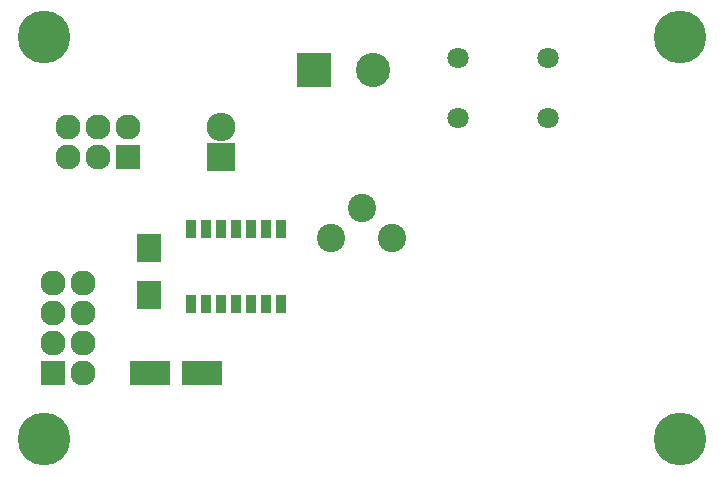
<source format=gbs>
G04 #@! TF.FileFunction,Soldermask,Bot*
%FSLAX46Y46*%
G04 Gerber Fmt 4.6, Leading zero omitted, Abs format (unit mm)*
G04 Created by KiCad (PCBNEW 4.0.3+e1-6302~38~ubuntu16.04.1-stable) date Mon Oct 24 21:46:35 2016*
%MOMM*%
%LPD*%
G01*
G04 APERTURE LIST*
%ADD10C,0.100000*%
%ADD11R,0.908000X1.543000*%
%ADD12C,2.400000*%
%ADD13R,3.399740X2.000200*%
%ADD14R,2.000000X2.400000*%
%ADD15R,2.432000X2.432000*%
%ADD16O,2.432000X2.432000*%
%ADD17R,2.127200X2.127200*%
%ADD18O,2.127200X2.127200*%
%ADD19C,1.797000*%
%ADD20R,2.900000X2.900000*%
%ADD21C,2.900000*%
%ADD22C,4.464000*%
G04 APERTURE END LIST*
D10*
D11*
X95504000Y-99314000D03*
X96774000Y-99314000D03*
X98044000Y-99314000D03*
X99314000Y-99314000D03*
X100584000Y-99314000D03*
X101854000Y-99314000D03*
X103124000Y-99314000D03*
X103124000Y-105664000D03*
X101854000Y-105664000D03*
X99314000Y-105664000D03*
X98044000Y-105664000D03*
X96774000Y-105664000D03*
X95504000Y-105664000D03*
X100584000Y-105664000D03*
D12*
X107432000Y-100012500D03*
X109982000Y-97487500D03*
X112532000Y-100012500D03*
D13*
X92034360Y-111506000D03*
X96433640Y-111506000D03*
D14*
X91948000Y-100870000D03*
X91948000Y-104870000D03*
D15*
X98044000Y-93218000D03*
D16*
X98044000Y-90678000D03*
D17*
X83820000Y-111506000D03*
D18*
X86360000Y-111506000D03*
X83820000Y-108966000D03*
X86360000Y-108966000D03*
X83820000Y-106426000D03*
X86360000Y-106426000D03*
X83820000Y-103886000D03*
X86360000Y-103886000D03*
D17*
X90170000Y-93218000D03*
D18*
X90170000Y-90678000D03*
X87630000Y-93218000D03*
X87630000Y-90678000D03*
X85090000Y-93218000D03*
X85090000Y-90678000D03*
D19*
X125730000Y-89916000D03*
X125730000Y-84836000D03*
X118110000Y-89916000D03*
X118110000Y-84836000D03*
D20*
X105918000Y-85852000D03*
D21*
X110918000Y-85852000D03*
D22*
X83058000Y-83058000D03*
X83058000Y-117094000D03*
X136906000Y-83058000D03*
X136906000Y-117094000D03*
M02*

</source>
